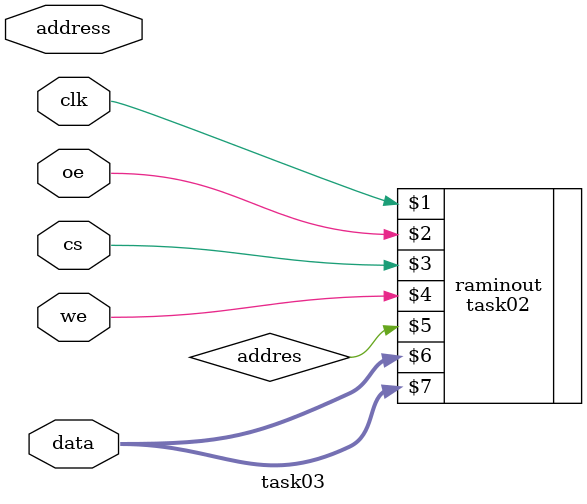
<source format=v>
`timescale 1ns / 1ps


module task03 (
        input  wire       clk,     // clock
        input  wire       oe,      // output enable, active high
        input  wire       cs,      // chip select, active high
        input  wire       we,      // write enable: 0 = read, 1 = write
        input  wire [6:0] address, // adrese pentru 128 de intrari
        inout  wire [7:0] data     // magistrala de date de 8 biti bidirectionala
    );
	
	// TODO: Redesign SRAM module using a single data bus
	task02 raminout(clk, oe, cs, we, addres, data, data);
endmodule

</source>
